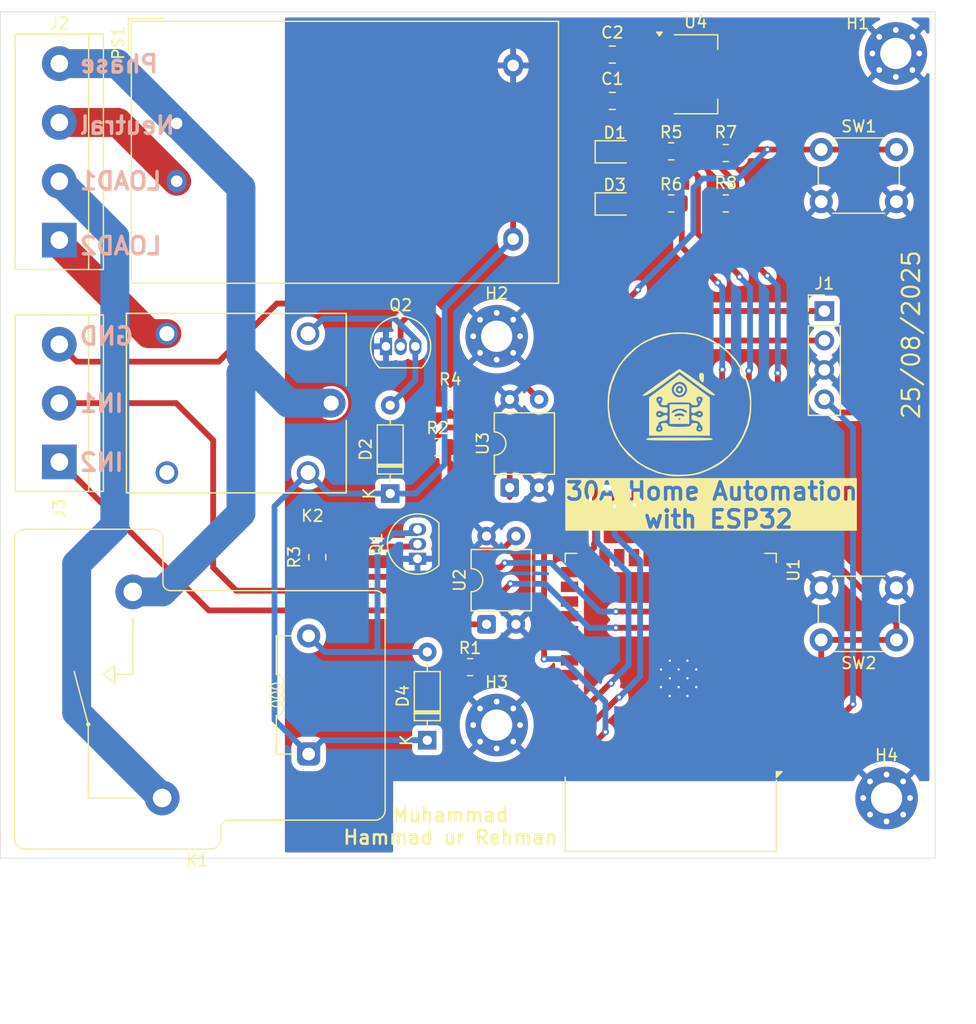
<source format=kicad_pcb>
(kicad_pcb (version 20241229) (generator "pcbnew") (generator_version "9.0")
  (layers (0 "F.Cu" signal) (2 "B.Cu" signal) (13 "F.Paste" user) (15 "B.Paste" user) (5 "F.SilkS" user "F.Silkscreen") (7 "B.SilkS" user "B.Silkscreen") (1 "F.Mask" user) (3 "B.Mask" user) (25 "Edge.Cuts" user))
  (net 0 "")
  (net 1 "GND")
  (net 2 "/5V")
  (net 3 "/3V3")
  (net 4 "Net-(D1-A)")
  (net 5 "Net-(D2-A)")
  (net 6 "Net-(D3-A)")
  (net 7 "Net-(D4-A)")
  (net 8 "/RXD")
  (net 9 "/TXD")
  (net 10 "/L1")
  (net 11 "/P")
  (net 12 "/N")
  (net 13 "/L2")
  (net 14 "/IN2")
  (net 15 "/IN1")
  (net 17 "Net-(Q1-B)")
  (net 18 "Net-(Q2-B)")
  (net 19 "/R1")
  (net 20 "Net-(R1-Pad1)")
  (net 21 "/R2")
  (net 22 "Net-(R2-Pad1)")
  (net 23 "Net-(R3-Pad2)")
  (net 24 "Net-(R4-Pad2)")
  (net 25 "/LED1")
  (net 26 "/LED2")
  (net 27 "/BOOT")
  (net 28 "/EN")
  (footprint "LED_SMD:LED_0805_2012Metric" (layer "F.Cu") (at 131.2 63.8)
    (property "Reference" "D3" (at 0 -1.65 0) (layer "F.SilkS"))
    (property "Value" "LED")
    (pad "1" smd roundrect (at -0.9375 0) (size 0.975 1.4) (layers "F.Cu" "F.Mask" "F.Paste") (net 1 "GND"))
    (pad "2" smd roundrect (at 0.9375 0) (size 0.975 1.4) (layers "F.Cu" "F.Mask" "F.Paste") (net 6 "Net-(D3-A)"))
  )
  (footprint "MountingHole:MountingHole_2.7mm_M2.5_Pad_Via" (layer "F.Cu") (at 154.7 115.1)
    (property "Reference" "H4" (at 0 -3.7 0) (layer "F.SilkS"))
    (property "Value" "MountingHole_Pad")
    (pad "1" thru_hole circle (at -2.025 0) (size 0.8 0.8) (drill 0.5) (layers "*.Cu" "*.Mask") (net 1 "GND"))
    (pad "1" thru_hole circle (at -1.431891 -1.431891) (size 0.8 0.8) (drill 0.5) (layers "*.Cu" "*.Mask") (net 1 "GND"))
    (pad "1" thru_hole circle (at -1.431891 1.431891) (size 0.8 0.8) (drill 0.5) (layers "*.Cu" "*.Mask") (net 1 "GND"))
    (pad "1" thru_hole circle (at 0 -2.025) (size 0.8 0.8) (drill 0.5) (layers "*.Cu" "*.Mask") (net 1 "GND"))
    (pad "1" thru_hole circle (at 0 0) (size 5.4 5.4) (drill 2.7) (layers "*.Cu" "*.Mask") (net 1 "GND"))
    (pad "1" thru_hole circle (at 0 2.025) (size 0.8 0.8) (drill 0.5) (layers "*.Cu" "*.Mask") (net 1 "GND"))
    (pad "1" thru_hole circle (at 1.431891 -1.431891) (size 0.8 0.8) (drill 0.5) (layers "*.Cu" "*.Mask") (net 1 "GND"))
    (pad "1" thru_hole circle (at 1.431891 1.431891) (size 0.8 0.8) (drill 0.5) (layers "*.Cu" "*.Mask") (net 1 "GND"))
    (pad "1" thru_hole circle (at 2.025 0) (size 0.8 0.8) (drill 0.5) (layers "*.Cu" "*.Mask") (net 1 "GND"))
  )
  (footprint "Resistor_SMD:R_0805_2012Metric" (layer "F.Cu") (at 140.8 63.755)
    (property "Reference" "R8" (at 0 -1.755 0) (layer "F.SilkS"))
    (property "Value" "10k")
    (pad "1" smd roundrect (at -0.9125 0) (size 1.025 1.4) (layers "F.Cu" "F.Mask" "F.Paste") (roundrect_rratio 0.243902) (net 28 "/EN"))
    (pad "2" smd roundrect (at 0.9125 0) (size 1.025 1.4) (layers "F.Cu" "F.Mask" "F.Paste") (roundrect_rratio 0.243902) (net 3 "/3V3"))
  )
  (footprint "MountingHole:MountingHole_2.7mm_M2.5_Pad_Via" (layer "F.Cu") (at 121 108.8)
    (property "Reference" "H3" (at 0 -3.7 0) (layer "F.SilkS"))
    (property "Value" "MountingHole_Pad")
    (pad "1" thru_hole circle (at -2.025 0) (size 0.8 0.8) (drill 0.5) (layers "*.Cu" "*.Mask") (net 1 "GND"))
    (pad "1" thru_hole circle (at -1.431891 -1.431891) (size 0.8 0.8) (drill 0.5) (layers "*.Cu" "*.Mask") (net 1 "GND"))
    (pad "1" thru_hole circle (at -1.431891 1.431891) (size 0.8 0.8) (drill 0.5) (layers "*.Cu" "*.Mask") (net 1 "GND"))
    (pad "1" thru_hole circle (at 0 -2.025) (size 0.8 0.8) (drill 0.5) (layers "*.Cu" "*.Mask") (net 1 "GND"))
    (pad "1" thru_hole circle (at 0 0) (size 5.4 5.4) (drill 2.7) (layers "*.Cu" "*.Mask") (net 1 "GND"))
    (pad "1" thru_hole circle (at 0 2.025) (size 0.8 0.8) (drill 0.5) (layers "*.Cu" "*.Mask") (net 1 "GND"))
    (pad "1" thru_hole circle (at 1.431891 -1.431891) (size 0.8 0.8) (drill 0.5) (layers "*.Cu" "*.Mask") (net 1 "GND"))
    (pad "1" thru_hole circle (at 1.431891 1.431891) (size 0.8 0.8) (drill 0.5) (layers "*.Cu" "*.Mask") (net 1 "GND"))
    (pad "1" thru_hole circle (at 2.025 0) (size 0.8 0.8) (drill 0.5) (layers "*.Cu" "*.Mask") (net 1 "GND"))
  )
  (footprint "Resistor_SMD:R_0805_2012Metric" (layer "F.Cu") (at 116.9875 80.6)
    (property "Reference" "R4" (at 0 -1.65 0) (layer "F.SilkS"))
    (property "Value" "1k")
    (pad "1" smd roundrect (at -0.9125 0) (size 1.025 1.4) (layers "F.Cu" "F.Mask" "F.Paste") (roundrect_rratio 0.243902) (net 18 "Net-(Q2-B)"))
    (pad "2" smd roundrect (at 0.9125 0) (size 1.025 1.4) (layers "F.Cu" "F.Mask" "F.Paste") (roundrect_rratio 0.243902) (net 24 "Net-(R4-Pad2)"))
  )
  (footprint "TerminalBlock:TerminalBlock_bornier-4_P5.08mm" (layer "F.Cu") (at 83.2 66.92 90)
    (property "Reference" "J2" (at 18.72 0 180) (layer "F.SilkS"))
    (property "Value" "Screw_Terminal_01x04")
    (pad "1" thru_hole rect (at 0 0 90) (size 3 3) (drill 1.52) (layers "*.Cu" "*.Mask") (net 13 "/L2"))
    (pad "2" thru_hole circle (at 5.08 0 90) (size 3 3) (drill 1.52) (layers "*.Cu" "*.Mask") (net 10 "/L1"))
    (pad "3" thru_hole circle (at 10.16 0 90) (size 3 3) (drill 1.52) (layers "*.Cu" "*.Mask") (net 12 "/N"))
    (pad "4" thru_hole circle (at 15.24 0 90) (size 3 3) (drill 1.52) (layers "*.Cu" "*.Mask") (net 11 "/P"))
  )
  (footprint "Package_DIP:DIP-4_W7.62mm" (layer "F.Cu") (at 122.125 88.3 90)
    (property "Reference" "U3" (at 3.81 -2.33 90) (layer "F.SilkS"))
    (property "Value" "PC817")
    (pad "1" thru_hole roundrect (at 0 0 90) (size 1.6 1.6) (drill 0.8) (layers "*.Cu" "*.Mask") (roundrect_rratio 0.15625) (net 22 "Net-(R2-Pad1)"))
    (pad "2" thru_hole circle (at 0 2.54 90) (size 1.6 1.6) (drill 0.8) (layers "*.Cu" "*.Mask") (net 1 "GND"))
    (pad "3" thru_hole circle (at 7.62 2.54 90) (size 1.6 1.6) (drill 0.8) (layers "*.Cu" "*.Mask") (net 24 "Net-(R4-Pad2)"))
    (pad "4" thru_hole circle (at 7.62 0 90) (size 1.6 1.6) (drill 0.8) (layers "*.Cu" "*.Mask") (net 1 "GND"))
  )
  (footprint "Capacitor_SMD:C_0805_2012Metric" (layer "F.Cu") (at 131 50.9 180)
    (property "Reference" "C2" (at 0 1.9 0) (layer "F.SilkS"))
    (property "Value" "22uf")
    (pad "1" smd roundrect (at -0.95 0 180) (size 1 1.45) (layers "F.Cu" "F.Mask" "F.Paste") (net 3 "/3V3"))
    (pad "2" smd roundrect (at 0.95 0 180) (size 1 1.45) (layers "F.Cu" "F.Mask" "F.Paste") (net 1 "GND"))
  )
  (footprint "Diode_THT:D_DO-35_SOD27_P7.62mm_Horizontal" (layer "F.Cu") (at 115 110.11 90)
    (property "Reference" "D4" (at 3.81 -2.12 90) (layer "F.SilkS"))
    (property "Value" "1N4148")
    (fp_text user "K" (at 0 -1.8 90) (layer "F.SilkS"))
    (pad "1" thru_hole rect (at 0 0 90) (size 1.6 1.6) (drill 0.8) (layers "*.Cu" "*.Mask") (net 2 "/5V"))
    (pad "2" thru_hole oval (at 7.62 0 90) (size 1.6 1.6) (drill 0.8) (layers "*.Cu" "*.Mask") (net 7 "Net-(D4-A)"))
  )
  (footprint "Package_TO_SOT_SMD:SOT-223-3_TabPin2" (layer "F.Cu") (at 138.2 52.6)
    (property "Reference" "U4" (at 0 -4.5 0) (layer "F.SilkS"))
    (property "Value" "AMS1117")
    (pad "1" smd roundrect (at -3.15 -2.3) (size 2 1.5) (layers "F.Cu" "F.Mask" "F.Paste") (net 1 "GND"))
    (pad "2" smd roundrect (at -3.15 0) (size 2 1.5) (layers "F.Cu" "F.Mask" "F.Paste") (net 3 "/3V3"))
    (pad "2" smd roundrect (at 3.15 0) (size 2 3.8) (layers "F.Cu" "F.Mask" "F.Paste") (net 3 "/3V3"))
    (pad "3" smd roundrect (at -3.15 2.3) (size 2 1.5) (layers "F.Cu" "F.Mask" "F.Paste") (net 2 "/5V"))
  )
  (footprint "LOGO" (layer "F.Cu") (at 136.8 81.1)
    (property "Reference" "G***" (hide yes))
    (property "Value" "LOGO" (hide yes))
  )
  (footprint "TerminalBlock:TerminalBlock_bornier-3_P5.08mm" (layer "F.Cu") (at 83.2 86.08 90)
    (property "Reference" "J3" (at -4.02 0 90) (layer "F.SilkS"))
    (property "Value" "Screw_Terminal_01x03")
    (pad "1" thru_hole rect (at 0 0 90) (size 3 3) (drill 1.52) (layers "*.Cu" "*.Mask") (net 15 "/IN1"))
    (pad "2" thru_hole circle (at 5.08 0 90) (size 3 3) (drill 1.52) (layers "*.Cu" "*.Mask") (net 14 "/IN2"))
    (pad "3" thru_hole circle (at 10.16 0 90) (size 3 3) (drill 1.52) (layers "*.Cu" "*.Mask") (net 1 "GND"))
  )
  (footprint "RF_Module:ESP32-WROOM-32" (layer "F.Cu") (at 136.045 103.8525 180)
    (property "Reference" "U1" (at -10.61 8.43 90) (layer "F.SilkS"))
    (property "Value" "ESP32-WROOM-32")
    (pad "1" smd rect (at -8.75 -8.25 180) (size 1.5 0.9) (layers "F.Cu" "F.Mask" "F.Paste") (net 1 "GND"))
    (pad "2" smd rect (at -8.75 -6.98 180) (size 1.5 0.9) (layers "F.Cu" "F.Mask" "F.Paste") (net 3 "/3V3"))
    (pad "3" smd rect (at -8.75 -5.71 180) (size 1.5 0.9) (layers "F.Cu" "F.Mask" "F.Paste") (net 28 "/EN"))
    (pad "4" smd rect (at -8.75 -4.44 180) (size 1.5 0.9) (layers "F.Cu" "F.Mask" "F.Paste"))
    (pad "5" smd rect (at -8.75 -3.17 180) (size 1.5 0.9) (layers "F.Cu" "F.Mask" "F.Paste"))
    (pad "6" smd rect (at -8.75 -1.9 180) (size 1.5 0.9) (layers "F.Cu" "F.Mask" "F.Paste") (net 15 "/IN1"))
    (pad "7" smd rect (at -8.75 -0.63 180) (size 1.5 0.9) (layers "F.Cu" "F.Mask" "F.Paste") (net 14 "/IN2"))
    (pad "8" smd rect (at -8.75 0.64 180) (size 1.5 0.9) (layers "F.Cu" "F.Mask" "F.Paste"))
    (pad "9" smd rect (at -8.75 1.91 180) (size 1.5 0.9) (layers "F.Cu" "F.Mask" "F.Paste"))
    (pad "10" smd rect (at -8.75 3.18 180) (size 1.5 0.9) (layers "F.Cu" "F.Mask" "F.Paste"))
    (pad "11" smd rect (at -8.75 4.45 180) (size 1.5 0.9) (layers "F.Cu" "F.Mask" "F.Paste"))
    (pad "12" smd rect (at -8.75 5.72 180) (size 1.5 0.9) (layers "F.Cu" "F.Mask" "F.Paste"))
    (pad "13" smd rect (at -8.75 6.99 180) (size 1.5 0.9) (layers "F.Cu" "F.Mask" "F.Paste"))
    (pad "14" smd rect (at -8.75 8.26 180) (size 1.5 0.9) (layers "F.Cu" "F.Mask" "F.Paste") (net 25 "/LED1"))
    (pad "15" smd rect (at -5.71 9.51 270) (size 1.5 0.9) (layers "F.Cu" "F.Mask" "F.Paste") (net 1 "GND"))
    (pad "16" smd rect (at -4.44 9.51 270) (size 1.5 0.9) (layers "F.Cu" "F.Mask" "F.Paste") (net 26 "/LED2"))
    (pad "17" smd rect (at -3.17 9.51 270) (size 1.5 0.9) (layers "F.Cu" "F.Mask" "F.Paste"))
    (pad "18" smd rect (at -1.9 9.51 270) (size 1.5 0.9) (layers "F.Cu" "F.Mask" "F.Paste"))
    (pad "19" smd rect (at -0.63 9.51 270) (size 1.5 0.9) (layers "F.Cu" "F.Mask" "F.Paste"))
    (pad "20" smd rect (at 0.64 9.51 270) (size 1.5 0.9) (layers "F.Cu" "F.Mask" "F.Paste"))
    (pad "21" smd rect (at 1.91 9.51 270) (size 1.5 0.9) (layers "F.Cu" "F.Mask" "F.Paste"))
    (pad "22" smd rect (at 3.18 9.51 270) (size 1.5 0.9) (layers "F.Cu" "F.Mask" "F.Paste"))
    (pad "23" smd rect (at 4.45 9.51 270) (size 1.5 0.9) (layers "F.Cu" "F.Mask" "F.Paste"))
    (pad "24" smd rect (at 5.72 9.51 270) (size 1.5 0.9) (layers "F.Cu" "F.Mask" "F.Paste"))
    (pad "25" smd rect (at 8.75 8.26 180) (size 1.5 0.9) (layers "F.Cu" "F.Mask" "F.Paste") (net 27 "/BOOT"))
    (pad "26" smd rect (at 8.75 6.99 180) (size 1.5 0.9) (layers "F.Cu" "F.Mask" "F.Paste"))
    (pad "27" smd rect (at 8.75 5.72 180) (size 1.5 0.9) (layers "F.Cu" "F.Mask" "F.Paste"))
    (pad "28" smd rect (at 8.75 4.45 180) (size 1.5 0.9) (layers "F.Cu" "F.Mask" "F.Paste"))
    (pad "29" smd rect (at 8.75 3.18 180) (size 1.5 0.9) (layers "F.Cu" "F.Mask" "F.Paste"))
    (pad "30" smd rect (at 8.75 1.91 180) (size 1.5 0.9) (layers "F.Cu" "F.Mask" "F.Paste"))
    (pad "31" smd rect (at 8.75 0.64 180) (size 1.5 0.9) (layers "F.Cu" "F.Mask" "F.Paste"))
    (pad "32" smd rect (at 8.75 -0.63 180) (size 1.5 0.9) (layers "F.Cu" "F.Mask" "F.Paste"))
    (pad "33" smd rect (at 8.75 -1.9 180) (size 1.5 0.9) (layers "F.Cu" "F.Mask" "F.Paste"))
    (pad "34" smd rect (at 8.75 -3.17 180) (size 1.5 0.9) (layers "F.Cu" "F.Mask" "F.Paste") (net 8 "/RXD"))
    (pad "35" smd rect (at 8.75 -4.44 180) (size 1.5 0.9) (layers "F.Cu" "F.Mask" "F.Paste") (net 9 "/TXD"))
    (pad "36" smd rect (at 8.75 -5.71 180) (size 1.5 0.9) (layers "F.Cu" "F.Mask" "F.Paste") (net 19 "/R1"))
    (pad "37" smd rect (at 8.75 -6.98 180) (size 1.5 0.9) (layers "F.Cu" "F.Mask" "F.Paste") (net 21 "/R2"))
    (pad "38" smd rect (at 8.75 -8.25 180) (size 1.5 0.9) (layers "F.Cu" "F.Mask" "F.Paste") (net 1 "GND"))
    (pad "39" smd rect (at -2.205 -2.435 180) (size 1.05 1.05) (layers "F.Cu" "F.Paste") (net 1 "GND"))
    (pad "39" thru_hole circle (at -2.205 -1.6725 180) (size 0.6 0.6) (drill 0.2) (property pad_prop_heatsink) (layers "*.Cu" "F.Mask") (net 1 "GND"))
    (pad "39" smd rect (at -2.205 -0.91 180) (size 1.05 1.05) (layers "F.Cu" "F.Paste") (net 1 "GND"))
    (pad "39" thru_hole circle (at -2.205 -0.1475 180) (size 0.6 0.6) (drill 0.2) (property pad_prop_heatsink) (layers "*.Cu" "F.Mask") (net 1 "GND"))
    (pad "39" smd rect (at -2.205 0.615 180) (size 1.05 1.05) (layers "F.Cu" "F.Paste") (net 1 "GND"))
    (pad "39" thru_hole circle (at -1.4425 -2.435 180) (size 0.6 0.6) (drill 0.2) (property pad_prop_heatsink) (layers "*.Cu" "F.Mask") (net 1 "GND"))
    (pad "39" thru_hole circle (at -1.4425 -0.91 180) (size 0.6 0.6) (drill 0.2) (property pad_prop_heatsink) (layers "*.Cu" "F.Mask") (net 1 "GND"))
    (pad "39" thru_hole circle (at -1.4425 0.615 180) (size 0.6 0.6) (drill 0.2) (property pad_prop_heatsink) (layers "*.Cu" "F.Mask") (net 1 "GND"))
    (pad "39" smd rect (at -0.68 -2.435 180) (size 1.05 1.05) (layers "F.Cu" "F.Paste") (net 1 "GND"))
    (pad "39" thru_hole circle (at -0.68 -1.6725 180) (size 0.6 0.6) (drill 0.2) (property pad_prop_heatsink) (layers "*.Cu" "F.Mask") (net 1 "GND"))
    (pad "39" smd rect (at -0.68 -0.91 180) (size 1.05 1.05) (layers "F.Cu" "F.Paste") (net 1 "GND"))
    (pad "39" smd rect (at -0.68 -0.91 180) (size 4.2 4.2) (property pad_prop_heatsink) (layers "F.Cu" "F.Mask") (net 1 "GND"))
    (pad "39" thru_hole circle (at -0.68 -0.1475 180) (size 0.6 0.6) (drill 0.2) (property pad_prop_heatsink) (layers "*.Cu" "F.Mask") (net 1 "GND"))
    (pad "39" smd rect (at -0.68 0.615 180) (size 1.05 1.05) (layers "F.Cu" "F.Paste") (net 1 "GND"))
    (pad "39" thru_hole circle (at 0.0825 -2.435 180) (size 0.6 0.6) (drill 0.2) (property pad_prop_heatsink) (layers "*.Cu" "F.Mask") (net 1 "GND"))
    (pad "39" thru_hole circle (at 0.0825 -0.91 180) (size 0.6 0.6) (drill 0.2) (property pad_prop_heatsink) (layers "*.Cu" "F.Mask") (net 1 "GND"))
    (pad "39" thru_hole circle (at 0.0825 0.615 180) (size 0.6 0.6) (drill 0.2) (property pad_prop_heatsink) (layers "*.Cu" "F.Mask") (net 1 "GND"))
    (pad "39" smd rect (at 0.845 -2.435 180) (size 1.05 1.05) (layers "F.Cu" "F.Paste") (net 1 "GND"))
    (pad "39" thru_hole circle (at 0.845 -1.6725 180) (size 0.6 0.6) (drill 0.2) (property pad_prop_heatsink) (layers "*.Cu" "F.Mask") (net 1 "GND"))
    (pad "39" smd rect (at 0.845 -0.91 180) (size 1.05 1.05) (layers "F.Cu" "F.Paste") (net 1 "GND"))
    (pad "39" thru_hole circle (at 0.845 -0.1475 180) (size 0.6 0.6) (drill 0.2) (property pad_prop_heatsink) (layers "*.Cu" "F.Mask") (net 1 "GND"))
    (pad "39" smd rect (at 0.845 0.615 180) (size 1.05 1.05) (layers "F.Cu" "F.Paste") (net 1 "GND"))
    (zone (net 0) (net_name "") (layers "F.Cu" "B.Cu") (connect_pads (clearance 0)) (min_thickness 0.254)
      (keepout (tracks not_allowed) (vias not_allowed) (pads not_allowed) (copperpour not_allowed) (footprints not_allowed))
      (fill (thermal_gap 0.508) (thermal_bridge_width 0.508))
      (polygon (pts (xy 160.045 113.6525) (xy 112.045 113.6525) (xy 112.045 134.5925) (xy 160.045 134.5925)))
    )
  )
  (footprint "Resistor_SMD:R_0805_2012Metric" (layer "F.Cu") (at 105.5 94.3 -90)
    (property "Reference" "R3" (at 0 2 90) (layer "F.SilkS"))
    (property "Value" "1k")
    (pad "1" smd roundrect (at -0.9125 0 270) (size 1.025 1.4) (layers "F.Cu" "F.Mask" "F.Paste") (roundrect_rratio 0.243902) (net 17 "Net-(Q1-B)"))
    (pad "2" smd roundrect (at 0.9125 0 270) (size 1.025 1.4) (layers "F.Cu" "F.Mask" "F.Paste") (roundrect_rratio 0.243902) (net 23 "Net-(R3-Pad2)"))
  )
  (footprint "Capacitor_SMD:C_0805_2012Metric" (layer "F.Cu") (at 131 54.9 180)
    (property "Reference" "C1" (at 0 1.9 0) (layer "F.SilkS"))
    (property "Value" "10uf")
    (pad "1" smd roundrect (at -0.95 0 180) (size 1 1.45) (layers "F.Cu" "F.Mask" "F.Paste") (net 2 "/5V"))
    (pad "2" smd roundrect (at 0.95 0 180) (size 1 1.45) (layers "F.Cu" "F.Mask" "F.Paste") (net 1 "GND"))
  )
  (footprint "Button_Switch_THT:SW_PUSH_6mm" (layer "F.Cu") (at 155.55 101.45 180)
    (property "Reference" "SW2" (at 3.25 -2 0) (layer "F.SilkS"))
    (property "Value" "SW_Push")
    (pad "1" thru_hole circle (at 0 0 270) (size 2 2) (drill 1.1) (layers "*.Cu" "*.Mask") (net 28 "/EN"))
    (pad "1" thru_hole circle (at 6.5 0 270) (size 2 2) (drill 1.1) (layers "*.Cu" "*.Mask") (net 28 "/EN"))
    (pad "2" thru_hole circle (at 0 4.5 270) (size 2 2) (drill 1.1) (layers "*.Cu" "*.Mask") (net 1 "GND"))
    (pad "2" thru_hole circle (at 6.5 4.5 270) (size 2 2) (drill 1.1) (layers "*.Cu" "*.Mask") (net 1 "GND"))
  )
  (footprint "Package_TO_SOT_THT:TO-92_Inline" (layer "F.Cu") (at 111.43 76.1)
    (property "Reference" "Q2" (at 1.27 -3.56 0) (layer "F.SilkS"))
    (property "Value" "S8050")
    (pad "1" thru_hole rect (at 0 0) (size 1.05 1.5) (drill 0.75) (layers "*.Cu" "*.Mask") (net 1 "GND"))
    (pad "2" thru_hole oval (at 1.27 0) (size 1.05 1.5) (drill 0.75) (layers "*.Cu" "*.Mask") (net 18 "Net-(Q2-B)"))
    (pad "3" thru_hole oval (at 2.54 0) (size 1.05 1.5) (drill 0.75) (layers "*.Cu" "*.Mask") (net 5 "Net-(D2-A)"))
  )
  (footprint "Package_TO_SOT_THT:TO-92_Inline" (layer "F.Cu") (at 114.16 94.44 90)
    (property "Reference" "Q1" (at 1.27 -3.56 90) (layer "F.SilkS"))
    (property "Value" "S8050")
    (pad "1" thru_hole rect (at 0 0 90) (size 1.05 1.5) (drill 0.75) (layers "*.Cu" "*.Mask") (net 1 "GND"))
    (pad "2" thru_hole oval (at 1.27 0 90) (size 1.05 1.5) (drill 0.75) (layers "*.Cu" "*.Mask") (net 17 "Net-(Q1-B)"))
    (pad "3" thru_hole oval (at 2.54 0 90) (size 1.05 1.5) (drill 0.75) (layers "*.Cu" "*.Mask") (net 7 "Net-(D4-A)"))
  )
  (footprint "Relay_THT:Relay_SPST_RAYEX-L90AS" (layer "F.Cu") (at 107.29 106.2 180)
    (property "Reference" "K1" (at 12.1666 -14.3 0) (layer "F.SilkS"))
    (property "Value" "RAYEX-L90AS")
    (pad "13" thru_hole circle (at 15.2 -8.9) (size 3 3) (drill 1.6) (layers "*.Cu" "*.Mask") (net 10 "/L1"))
    (pad "14" thru_hole circle (at 17.74 8.9) (size 3 3) (drill 1.6) (layers "*.Cu" "*.Mask") (net 11 "/P"))
    (pad "A1" thru_hole roundrect (at 2.54 -5.1) (size 2 2) (drill 1.1) (layers "*.Cu" "*.Mask") (net 2 "/5V"))
    (pad "A2" thru_hole circle (at 2.54 5.1) (size 2 2) (drill 1.1) (layers "*.Cu" "*.Mask") (net 7 "Net-(D4-A)"))
  )
  (footprint "Resistor_SMD:R_0805_2012Metric" (layer "F.Cu") (at 136.0875 59.255 180)
    (property "Reference" "R5" (at 0 1.655 0) (layer "F.SilkS"))
    (property "Value" "1k")
    (pad "1" smd roundrect (at -0.9125 0 180) (size 1.025 1.4) (layers "F.Cu" "F.Mask" "F.Paste") (roundrect_rratio 0.243902) (net 25 "/LED1"))
    (pad "2" smd roundrect (at 0.9125 0 180) (size 1.025 1.4) (layers "F.Cu" "F.Mask" "F.Paste") (roundrect_rratio 0.243902) (net 4 "Net-(D1-A)"))
  )
  (footprint "Resistor_SMD:R_0805_2012Metric" (layer "F.Cu") (at 140.8 59.4 180)
    (property "Reference" "R7" (at 0 1.8 0) (layer "F.SilkS"))
    (property "Value" "10k")
    (pad "1" smd roundrect (at -0.9125 0 180) (size 1.025 1.4) (layers "F.Cu" "F.Mask" "F.Paste") (roundrect_rratio 0.243902) (net 27 "/BOOT"))
    (pad "2" smd roundrect (at 0.9125 0 180) (size 1.025 1.4) (layers "F.Cu" "F.Mask" "F.Paste") (roundrect_rratio 0.243902) (net 3 "/3V3"))
  )
  (footprint "Diode_THT:D_DO-35_SOD27_P7.62mm_Horizontal" (layer "F.Cu") (at 111.8 88.81 90)
    (property "Reference" "D2" (at 3.81 -2.12 90) (layer "F.SilkS"))
    (property "Value" "1N4148")
    (fp_text user "K" (at 0 -1.8 90) (layer "F.SilkS"))
    (pad "1" thru_hole rect (at 0 0 90) (size 1.6 1.6) (drill 0.8) (layers "*.Cu" "*.Mask") (net 2 "/5V"))
    (pad "2" thru_hole oval (at 7.62 0 90) (size 1.6 1.6) (drill 0.8) (layers "*.Cu" "*.Mask") (net 5 "Net-(D2-A)"))
  )
  (footprint "MountingHole:MountingHole_2.7mm_M2.5_Pad_Via" (layer "F.Cu") (at 155.5 50.8)
    (property "Reference" "H1" (at -3.3 -2.6 0) (layer "F.SilkS"))
    (property "Value" "MountingHole_Pad")
    (pad "1" thru_hole circle (at -2.025 0) (size 0.8 0.8) (drill 0.5) (layers "*.Cu" "*.Mask") (net 1 "GND"))
    (pad "1" thru_hole circle (at -1.431891 -1.431891) (size 0.8 0.8) (drill 0.5) (layers "*.Cu" "*.Mask") (net 1 "GND"))
    (pad "1" thru_hole circle (at -1.431891 1.431891) (size 0.8 0.8) (drill 0.5) (layers "*.Cu" "*.Mask") (net 1 "GND"))
    (pad "1" thru_hole circle (at 0 -2.025) (size 0.8 0.8) (drill 0.5) (layers "*.Cu" "*.Mask") (net 1 "GND"))
    (pad "1" thru_hole circle (at 0 0) (size 5.4 5.4) (drill 2.7) (layers "*.Cu" "*.Mask") (net 1 "GND"))
    (pad "1" thru_hole circle (at 0 2.025) (size 0.8 0.8) (drill 0.5) (layers "*.Cu" "*.Mask") (net 1 "GND"))
    (pad "1" thru_hole circle (at 1.431891 -1.431891) (size 0.8 0.8) (drill 0.5) (layers "*.Cu" "*.Mask") (net 1 "GND"))
    (pad "1" thru_hole circle (at 1.431891 1.431891) (size 0.8 0.8) (drill 0.5) (layers "*.Cu" "*.Mask") (net 1 "GND"))
    (pad "1" thru_hole circle (at 2.025 0) (size 0.8 0.8) (drill 0.5) (layers "*.Cu" "*.Mask") (net 1 "GND"))
  )
  (footprint "Connector_PinHeader_2.54mm:PinHeader_1x04_P2.54mm_Vertical" (layer "F.Cu") (at 149.32 73.05)
    (property "Reference" "J1" (at 0 -2.38 0) (layer "F.SilkS"))
    (property "Value" "Conn_01x04_Pin")
    (pad "1" thru_hole rect (at 0 0) (size 1.7 1.7) (drill 1) (layers "*.Cu" "*.Mask") (net 9 "/TXD"))
    (pad "2" thru_hole circle (at 0 2.54) (size 1.7 1.7) (drill 1) (layers "*.Cu" "*.Mask") (net 8 "/RXD"))
    (pad "3" thru_hole circle (at 0 5.08) (size 1.7 1.7) (drill 1) (layers "*.Cu" "*.Mask") (net 1 "GND"))
    (pad "4" thru_hole circle (at 0 7.62) (size 1.7 1.7) (drill 1) (layers "*.Cu" "*.Mask") (net 3 "/3V3"))
  )
  (footprint "Converter_ACDC:Converter_ACDC_Hi-Link_HLK-PMxx" (layer "F.Cu") (at 93.345 56.8375)
    (property "Reference" "PS1" (at -5.045 -6.9375 90) (layer "F.SilkS"))
    (property "Value" "HLK-PM01")
    (pad "1" thru_hole rect (at 0 0) (size 1.7 2) (drill 1) (layers "*.Cu" "*.Mask") (net 11 "/P"))
    (pad "2" thru_hole oval (at 0 5) (size 1.7 2) (drill 1) (layers "*.Cu" "*.Mask") (net 12 "/N"))
    (pad "3" thru_hole oval (at 29.08 -5) (size 1.7 2) (drill 1) (layers "*.Cu" "*.Mask") (net 1 "GND"))
    (pad "4" thru_hole oval (at 29.08 10) (size 1.7 2) (drill 1) (layers "*.Cu" "*.Mask") (net 2 "/5V"))
  )
  (footprint "PR13-5V-450-1C:RELAY_PR13-5V-450-1C" (layer "F.Cu") (at 98.5 81 180)
    (property "Reference" "K2" (at -6.575 -9.735 0) (layer "F.SilkS"))
    (property "Value" "PR13-5V-450-1C")
    (pad "A1" thru_hole circle (at -6.2 -6 180) (size 1.95 1.95) (drill 1.3) (layers "*.Cu" "*.Mask") (net 2 "/5V"))
    (pad "A2" thru_hole circle (at -6.2 6 180) (size 1.95 1.95) (drill 1.3) (layers "*.Cu" "*.Mask") (net 5 "Net-(D2-A)"))
    (pad "COM" thru_hole circle (at -8.2 0 180) (size 1.95 1.95) (drill 1.3) (layers "*.Cu" "*.Mask") (net 11 "/P"))
    (pad "NC" thru_hole circle (at 6 -6 180) (size 1.95 1.95) (drill 1.3) (layers "*.Cu" "*.Mask"))
    (pad "NO" thru_hole circle (at 6 6 180) (size 1.95 1.95) (drill 1.3) (layers "*.Cu" "*.Mask") (net 13 "/L2"))
  )
  (footprint "Resistor_SMD:R_0805_2012Metric" (layer "F.Cu") (at 115.9 84.8)
    (property "Reference" "R2" (at 0 -1.65 0) (layer "F.SilkS"))
    (property "Value" "1k")
    (pad "1" smd roundrect (at -0.9125 0) (size 1.025 1.4) (layers "F.Cu" "F.Mask" "F.Paste") (roundrect_rratio 0.243902) (net 22 "Net-(R2-Pad1)"))
    (pad "2" smd roundrect (at 0.9125 0) (size 1.025 1.4) (layers "F.Cu" "F.Mask" "F.Paste") (roundrect_rratio 0.243902) (net 21 "/R2"))
  )
  (footprint "Resistor_SMD:R_0805_2012Metric" (layer "F.Cu") (at 118.7 103.8)
    (property "Reference" "R1" (at 0 -1.65 0) (layer "F.SilkS"))
    (property "Value" "1k")
    (pad "1" smd roundrect (at -0.9125 0) (size 1.025 1.4) (layers "F.Cu" "F.Mask" "F.Paste") (roundrect_rratio 0.243902) (net 20 "Net-(R1-Pad1)"))
    (pad "2" smd roundrect (at 0.9125 0) (size 1.025 1.4) (layers "F.Cu" "F.Mask" "F.Paste") (roundrect_rratio 0.243902) (net 19 "/R1"))
  )
  (footprint "Button_Switch_THT:SW_PUSH_6mm" (layer "F.Cu") (at 149.05 59.1)
    (property "Reference" "SW1" (at 3.25 -2 0) (layer "F.SilkS"))
    (property "Value" "SW_Push")
    (pad "1" thru_hole circle (at 0 0 90) (size 2 2) (drill 1.1) (layers "*.Cu" "*.Mask") (net 27 "/BOOT"))
    (pad "1" thru_hole circle (at 6.5 0 90) (size 2 2) (drill 1.1) (layers "*.Cu" "*.Mask") (net 27 "/BOOT"))
    (pad "2" thru_hole circle (at 0 4.5 90) (size 2 2) (drill 1.1) (layers "*.Cu" "*.Mask") (net 1 "GND"))
    (pad "2" thru_hole circle (at 6.5 4.5 90) (size 2 2) (drill 1.1) (layers "*.Cu" "*.Mask") (net 1 "GND"))
  )
  (footprint "MountingHole:MountingHole_2.7mm_M2.5_Pad_Via" (layer "F.Cu") (at 121 75.225)
    (property "Reference" "H2" (at 0 -3.7 0) (layer "F.SilkS"))
    (property "Value" "MountingHole_Pad")
    (pad "1" thru_hole circle (at -2.025 0) (size 0.8 0.8) (drill 0.5) (layers "*.Cu" "*.Mask") (net 1 "GND"))
    (pad "1" thru_hole circle (at -1.431891 -1.431891) (size 0.8 0.8) (drill 0.5) (layers "*.Cu" "*.Mask") (net 1 "GND"))
    (pad "1" thru_hole circle (at -1.431891 1.431891) (size 0.8 0.8) (drill 0.5) (layers "*.Cu" "*.Mask") (net 1 "GND"))
    (pad "1" thru_hole circle (at 0 -2.025) (size 0.8 0.8) (drill 0.5) (layers "*.Cu" "*.Mask") (net 1 "GND"))
    (pad "1" thru_hole circle (at 0 0) (size 5.4 5.4) (drill 2.7) (layers "*.Cu" "*.Mask") (net 1 "GND"))
    (pad "1" thru_hole circle (at 0 2.025) (size 0.8 0.8) (drill 0.5) (layers "*.Cu" "*.Mask") (net 1 "GND"))
    (pad "1" thru_hole circle (at 1.431891 -1.431891) (size 0.8 0.8) (drill 0.5) (layers "*.Cu" "*.Mask") (net 1 "GND"))
    (pad "1" thru_hole circle (at 1.431891 1.431891) (size 0.8 0.8) (drill 0.5) (layers "*.Cu" "*.Mask") (net 1 "GND"))
    (pad "1" thru_hole circle (at 2.025 0) (size 0.8 0.8) (drill 0.5) (layers "*.Cu" "*.Mask") (net 1 "GND"))
  )
  (footprint "Resistor_SMD:R_0805_2012Metric" (layer "F.Cu") (at 136.0875 63.755 180)
    (property "Reference" "R6" (at 0 1.655 0) (layer "F.SilkS"))
    (property "Value" "1k")
    (pad "1" smd roundrect (at -0.9125 0 180) (size 1.025 1.4) (layers "F.Cu" "F.Mask" "F.Paste") (roundrect_rratio 0.243902) (net 26 "/LED2"))
    (pad "2" smd roundrect (at 0.9125 0 180) (size 1.025 1.4) (layers "F.Cu" "F.Mask" "F.Paste") (roundrect_rratio 0.243902) (net 6 "Net-(D3-A)"))
  )
  (footprint "LED_SMD:LED_0805_2012Metric" (layer "F.Cu") (at 131.2 59.3)
    (property "Reference" "D1" (at 0 -1.65 0) (layer "F.SilkS"))
    (property "Value" "LED")
    (pad "1" smd roundrect (at -0.9375 0) (size 0.975 1.4) (layers "F.Cu" "F.Mask" "F.Paste") (net 1 "GND"))
    (pad "2" smd roundrect (at 0.9375 0) (size 0.975 1.4) (layers "F.Cu" "F.Mask" "F.Paste") (net 4 "Net-(D1-A)"))
  )
  (footprint "Package_DIP:DIP-4_W7.62mm" (layer "F.Cu") (at 120.125 100.1 90)
    (property "Reference" "U2" (at 3.81 -2.33 90) (layer "F.SilkS"))
    (property "Value" "PC817")
    (pad "1" thru_hole roundrect (at 0 0 90) (size 1.6 1.6) (drill 0.8) (layers "*.Cu" "*.Mask") (roundrect_rratio 0.15625) (net 20 "Net-(R1-Pad1)"))
    (pad "2" thru_hole circle (at 0 2.54 90) (size 1.6 1.6) (drill 0.8) (layers "*.Cu" "*.Mask") (net 1 "GND"))
    (pad "3" thru_hole circle (at 7.62 2.54 90) (size 1.6 1.6) (drill 0.8) (layers "*.Cu" "*.Mask") (net 23 "Net-(R3-Pad2)"))
    (pad "4" thru_hole circle (at 7.62 0 90) (size 1.6 1.6) (drill 0.8) (layers "*.Cu" "*.Mask") (net 1 "GND"))
  )
  (gr_rect (start 78.1 47.2) (end 158.9 120.3) (stroke (width 0.05)) (fill no) (layer "Edge.Cuts"))
  (gr_text "30A Home Automation\n with ESP32" (at 139.6 91.9 0) (layer "F.SilkS" knockout) (effects (font (size 1.5 1.5) (thickness 0.3) (bold yes)) (justify bottom)))
  (gr_text "Muhammad\nHammad ur Rehman" (at 117 119.2 0) (layer "F.SilkS") (effects (font (size 1.2 1.2) (thickness 0.22) (bold yes)) (justify bottom)))
  (gr_text "25/08/2025" (at 157.7 82.5 90) (layer "F.SilkS") (effects (font (size 1.5 1.5) (thickness 0.1875)) (justify left bottom)))
  (gr_text "IN1" (at 88.914286 81.9 0) (layer "B.SilkS") (effects (font (size 1.5 1.5) (thickness 0.3) (bold yes)) (justify left bottom mirror)))
  (gr_text "LOAD1" (at 92.2 62.7 0) (layer "B.SilkS") (effects (font (size 1.5 1.5) (thickness 0.3) (bold yes)) (justify left bottom mirror)))
  (gr_text "GND" (at 89.771429 76.1 0) (layer "B.SilkS") (effects (font (size 1.5 1.5) (thickness 0.3) (bold yes)) (justify left bottom mirror)))
  (gr_text "Phase\n" (at 91.914286 52.6 0) (layer "B.SilkS") (effects (font (size 1.5 1.5) (thickness 0.3) (bold yes)) (justify left bottom mirror)))
  (gr_text "Neutral\n" (at 93.342857 57.9 0) (layer "B.SilkS") (effects (font (size 1.5 1.5) (thickness 0.3) (bold yes)) (justify left bottom mirror)))
  (gr_text "IN2" (at 88.914286 87 0) (layer "B.SilkS") (effects (font (size 1.5 1.5) (thickness 0.3) (bold yes)) (justify left bottom mirror)))
  (gr_text "LOAD2" (at 92.2 68.3 0) (layer "B.SilkS") (effects (font (size 1.5 1.5) (thickness 0.3) (bold yes)) (justify left bottom mirror)))
  (segment (start 134.75 50) (end 135.05 50.3) (width 0.5) (layer "F.Cu") (net 1))
  (segment (start 83.2 75.92) (end 84.7 77.42) (width 0.5) (layer "F.Cu") (net 1))
  (segment (start 96.98 77.42) (end 102 72.4) (width 0.5) (layer "F.Cu") (net 1))
  (segment (start 102 72.4) (end 109.4 72.4) (width 0.5) (layer "F.Cu") (net 1))
  (segment (start 84.7 77.42) (end 96.98 77.42) (width 0.5) (layer "F.Cu") (net 1))
  (segment (start 111.43 74.43) (end 111.43 76.1) (width 0.5) (layer "F.Cu") (net 1))
  (segment (start 109.4 72.4) (end 111.43 74.43) (width 0.5) (layer "F.Cu") (net 1))
  (segment (start 135.05 54.9) (end 131.95 54.9) (width 0.5) (layer "F.Cu") (net 2))
  (segment (start 122.425 66.8375) (end 122.425 61.775) (width 0.5) (layer "F.Cu") (net 2))
  (segment (start 122.425 61.775) (end 127.5 56.7) (width 0.5) (layer "F.Cu") (net 2))
  (segment (start 127.5 56.7) (end 130.15 56.7) (width 0.5) (layer "F.Cu") (net 2))
  (segment (start 130.15 56.7) (end 131.95 54.9) (width 0.5) (layer "F.Cu") (net 2))
  (segment (start 116.5 72.7625) (end 116.5 86.3) (width 0.5) (layer "B.Cu") (net 2))
  (segment (start 113.99 88.81) (end 111.8 88.81) (width 0.5) (layer "B.Cu") (net 2))
  (segment (start 122.425 66.8375) (end 116.5 72.7625) (width 0.5) (layer "B.Cu") (net 2))
  (segment (start 105.94 110.11) (end 104.75 111.3) (width 0.5) (layer "B.Cu") (net 2))
  (segment (start 108.2 88.8) (end 108.21 88.81) (width 0.5) (layer "B.Cu") (net 2))
  (segment (start 106.5 88.8) (end 108.2 88.8) (width 0.5) (layer "B.Cu") (net 2))
  (segment (start 108.21 88.81) (end 111.8 88.81) (width 0.5) (layer "B.Cu") (net 2))
  (segment (start 101.8 108.35) (end 104.75 111.3) (width 0.5) (layer "B.Cu") (net 2))
  (segment (start 116.5 86.3) (end 113.99 88.81) (width 0.5) (layer "B.Cu") (net 2))
  (segment (start 104.7 87) (end 106.5 88.8) (width 0.5) (layer "B.Cu") (net 2))
  (segment (start 104.7 87) (end 101.8 89.9) (width 0.5) (layer "B.Cu") (net 2))
  (segment (start 101.8 89.9) (end 101.8 108.35) (width 0.5) (layer "B.Cu") (net 2))
  (segment (start 115 110.11) (end 105.94 110.11) (width 0.5) (layer "B.Cu") (net 2))
  (segment (start 144.3 67.3) (end 155.3 67.3) (width 0.5) (layer "F.Cu") (net 3))
  (segment (start 141.7125 64.7125) (end 144.3 67.3) (width 0.5) (layer "F.Cu") (net 3))
  (segment (start 155.3 67.3) (end 156.6 68.6) (width 0.5) (layer "F.Cu") (net 3))
  (segment (start 139.8875 59.4) (end 139.8875 60.1875) (width 0.5) (layer "F.Cu") (net 3))
  (segment (start 141.7125 63.755) (end 141.7125 64.7125) (width 0.5) (layer "F.Cu") (net 3))
  (segment (start 139.8875 54.0625) (end 141.35 52.6) (width 0.5) (layer "F.Cu") (net 3))
  (segment (start 144.795 110.8325) (end 147.9675 110.8325) (width 0.5) (layer "F.Cu") (net 3))
  (segment (start 139.8875 59.4) (end 139.8875 54.0625) (width 0.5) (layer "F.Cu") (net 3))
  (segment (start 133.65 52.6) (end 131.95 50.9) (width 0.5) (layer "F.Cu") (net 3))
  (segment (start 135.05 52.6) (end 133.65 52.6) (width 0.5) (layer "F.Cu") (net 3))
  (segment (start 139.8875 60.1875) (end 141.7125 62.0125) (width 0.5) (layer "F.Cu") (net 3))
  (segment (start 141.7125 62.0125) (end 141.7125 63.755) (width 0.5) (layer "F.Cu") (net 3))
  (segment (start 156.6 68.6) (end 156.6 80.6) (width 0.5) (layer "F.Cu") (net 3))
  (segment (start 147.9675 110.8325) (end 151.8 107) (width 0.5) (layer "F.Cu") (net 3))
  (segment (start 155.4 81.8) (end 150.45 81.8) (width 0.5) (layer "F.Cu") (net 3))
  (segment (start 156.6 80.6) (end 155.4 81.8) (width 0.5) (layer "F.Cu") (net 3))
  (segment (start 150.45 81.8) (end 149.32 80.67) (width 0.5) (layer "F.Cu") (net 3))
  (via (at 151.8 107) (size 0.6) (drill 0.3) (layers "F.Cu" "B.Cu") (net 3))
  (segment (start 149.32 80.67) (end 151.8 83.15) (width 0.5) (layer "B.Cu") (net 3))
  (segment (start 151.8 83.15) (end 151.8 107) (width 0.5) (layer "B.Cu") (net 3))
  (segment (start 132.1375 59.3) (end 135.13 59.3) (width 0.5) (layer "F.Cu") (net 4))
  (segment (start 135.13 59.3) (end 135.175 59.255) (width 0.5) (layer "F.Cu") (net 4))
  (segment (start 104.7 75) (end 106 73.7) (width 0.5) (layer "B.Cu") (net 5))
  (segment (start 112.2 73.7) (end 113.97 75.47) (width 0.5) (layer "B.Cu") (net 5))
  (segment (start 106 73.7) (end 112.2 73.7) (width 0.5) (layer "B.Cu") (net 5))
  (segment (start 113.97 75.47) (end 113.97 76.1) (width 0.5) (layer "B.Cu") (net 5))
  (segment (start 113.97 76.1) (end 113.97 79.02) (width 0.5) (layer "B.Cu") (net 5))
  (segment (start 113.97 79.02) (end 111.8 81.19) (width 0.5) (layer "B.Cu") (net 5))
  (segment (start 135.175 63.755) (end 132.1825 63.755) (width 0.5) (layer "F.Cu") (net 6))
  (segment (start 132.1825 63.755) (end 132.1375 63.8) (width 0.5) (layer "F.Cu") (net 6))
  (segment (start 110.7 93.6) (end 110.7 102.39) (width 0.5) (layer "B.Cu") (net 7))
  (segment (start 115 102.49) (end 110.6 102.49) (width 0.5) (layer "B.Cu") (net 7))
  (segment (start 106.14 102.49) (end 104.75 101.1) (width 0.5) (layer "B.Cu") (net 7))
  (segment (start 110.7 102.39) (end 110.6 102.49) (width 0.5) (layer "B.Cu") (net 7))
  (segment (start 114.16 92.23) (end 112.07 92.23) (width 0.5) (layer "B.Cu") (net 7))
  (segment (start 110.6 102.49) (end 106.14 102.49) (width 0.5) (layer "B.Cu") (net 7))
  (segment (start 112.07 92.23) (end 110.7 93.6) (width 0.5) (layer "B.Cu") (net 7))
  (segment (start 132.9 79.7) (end 132.9 89.8) (width 0.5) (layer "F.Cu") (net 8))
  (segment (start 137.01 75.59) (end 132.9 79.7) (width 0.5) (layer "F.Cu") (net 8))
  (segment (start 127.295 107.0225) (end 128.9775 107.0225) (width 0.5) (layer "F.Cu") (net 8))
  (segment (start 149.32 75.59) (end 137.01 75.59) (width 0.5) (layer "F.Cu") (net 8))
  (segment (start 130.8 105.2) (end 130.9 105.2) (width 0.5) (layer "F.Cu") (net 8))
  (segment (start 128.9775 107.0225) (end 130.8 105.2) (width 0.5) (layer "F.Cu") (net 8))
  (via (at 130.9 105.2) (size 0.6) (drill 0.3) (layers "F.Cu" "B.Cu") (net 8))
  (via (at 132.9 89.8) (size 0.6) (drill 0.3) (layers "F.Cu" "B.Cu") (net 8))
  (segment (start 129.7 93) (end 132.4 95.7) (width 0.5) (layer "B.Cu") (net 8))
  (segment (start 131.9 88.8) (end 130.3 88.8) (width 0.5) (layer "B.Cu") (net 8))
  (segment (start 132.4 103.6) (end 130.9 105.1) (width 0.5) (layer "B.Cu") (net 8))
  (segment (start 130.3 88.8) (end 129.7 89.4) (width 0.5) (layer "B.Cu") (net 8))
  (segment (start 132.9 89.8) (end 131.9 88.8) (width 0.5) (layer "B.Cu") (net 8))
  (segment (start 132.4 95.7) (end 132.4 103.6) (width 0.5) (layer "B.Cu") (net 8))
  (segment (start 129.7 89.4) (end 129.7 93) (width 0.5) (layer "B.Cu") (net 8))
  (segment (start 130.9 105.1) (end 130.9 105.2) (width 0.5) (layer "B.Cu") (net 8))
  (segment (start 131.2 79.1) (end 131.2 89.9) (width 0.5) (layer "F.Cu") (net 9))
  (segment (start 137.25 73.05) (end 131.2 79.1) (width 0.5) (layer "F.Cu") (net 9))
  (segment (start 129.6075 108.2925) (end 131.5 106.4) (width 0.5) (layer "F.Cu") (net 9))
  (segment (start 149.32 73.05) (end 137.25 73.05) (width 0.5) (layer "F.Cu") (net 9))
  (segment (start 127.295 108.2925) (end 129.6075 108.2925) (width 0.5) (layer "F.Cu") (net 9))
  (segment (start 131.5 106.4) (end 131.6 106.4) (width 0.5) (layer "F.Cu") (net 9))
  (via (at 131.2 89.9) (size 0.6) (drill 0.3) (layers "F.Cu" "B.Cu") (net 9))
  (via (at 131.6 106.4) (size 0.6) (drill 0.3) (layers "F.Cu" "B.Cu") (net 9))
  (segment (start 133.4 104.6) (end 131.6 106.4) (width 0.5) (layer "B.Cu") (net 9))
  (segment (start 133.4 94.6) (end 133.4 104.6) (width 0.5) (layer "B.Cu") (net 9))
  (segment (start 131.2 89.9) (end 131.2 92.4) (width 0.5) (layer "B.Cu") (net 9))
  (segment (start 131.2 92.4) (end 133.4 94.6) (width 0.5) (layer "B.Cu") (net 9))
  (segment (start 88 91.6) (end 84.7 94.9) (width 2.5) (layer "B.Cu") (net 10))
  (segment (start 88 66.64) (end 88 91.6) (width 2.5) (layer "B.Cu") (net 10))
  (segment (start 84.7 107.71) (end 92.09 115.1) (width 2.5) (layer "B.Cu") (net 10))
  (segment (start 83.2 61.84) (end 88 66.64) (width 2.5) (layer "B.Cu") (net 10))
  (segment (start 84.7 94.9) (end 84.7 107.71) (width 2.5) (layer "B.Cu") (net 10))
  (segment (start 98.9 90.5) (end 98.9 78.4) (width 2.5) (layer "B.Cu") (net 11))
  (segment (start 98.9 76.9) (end 98.9 62.3925) (width 2.5) (layer "B.Cu") (net 11))
  (segment (start 92.1 97.3) (end 98.9 90.5) (width 2.5) (layer "B.Cu") (net 11))
  (segment (start 106.7 81) (end 103 81) (width 2.5) (layer "B.Cu") (net 11))
  (segment (start 83.2 51.68) (end 88.1875 51.68) (width 2.5) (layer "B.Cu") (net 11))
  (segment (start 89.55 97.3) (end 92.1 97.3) (width 2.5) (layer "B.Cu") (net 11))
  (segment (start 88.1875 51.68) (end 93.345 56.8375) (width 2.5) (layer "B.Cu") (net 11))
  (segment (start 98.9 62.3925) (end 93.345 56.8375) (width 2.5) (layer "B.Cu") (net 11))
  (segment (start 103 81) (end 99.65 77.65) (width 2.5) (layer "B.Cu") (net 11))
  (segment (start 98.9 78.4) (end 99.65 77.65) (width 2.5) (layer "B.Cu") (net 11))
  (segment (start 99.65 77.65) (end 98.9 76.9) (width 2.5) (layer "B.Cu") (net 11))
  (segment (start 88.2675 56.76) (end 93.345 61.8375) (width 2.5) (layer "F.Cu") (net 12))
  (segment (start 83.2 56.76) (end 88.2675 56.76) (width 2.5) (layer "F.Cu") (net 12))
  (segment (start 83.2 66.92) (end 83.2 67.257143) (width 2.5) (layer "F.Cu") (net 13))
  (segment (start 90.942857 75) (end 92.5 75) (width 2.5) (layer "F.Cu") (net 13))
  (segment (start 83.2 67.257143) (end 90.942857 75) (width 2.5) (layer "F.Cu") (net 13))
  (segment (start 96.5 84.2) (end 96.5 95.2) (width 0.5) (layer "F.Cu") (net 14))
  (segment (start 144.795 104.4825) (end 143.1825 104.4825) (width 0.5) (layer "F.Cu") (net 14))
  (segment (start 143.1825 104.4825) (end 142.5 103.8) (width 0.5) (layer "F.Cu") (net 14))
  (segment (start 139.9 99) (end 141.1 100.2) (width 0.5) (layer "F.Cu") (net 14))
  (segment (start 131.3 99) (end 139.9 99) (width 0.5) (layer "F.Cu") (net 14))
  (segment (start 98.5 97.2) (end 116.1 97.2) (width 0.5) (layer "F.Cu") (net 14))
  (segment (start 141.1 100.2) (end 141.1 102.4) (width 0.5) (layer "F.Cu") (net 14))
  (segment (start 141.1 102.4) (end 142.75 104.05) (width 0.5) (layer "F.Cu") (net 14))
  (segment (start 118.1 95.2) (end 121.3 95.2) (width 0.5) (layer "F.Cu") (net 14))
  (segment (start 116.1 97.2) (end 118.1 95.2) (width 0.5) (layer "F.Cu") (net 14))
  (segment (start 121.3 95.2) (end 121.7 94.8) (width 0.5) (layer "F.Cu") (net 14))
  (segment (start 96.5 95.2) (end 98.5 97.2) (width 0.5) (layer "F.Cu") (net 14))
  (segment (start 83.2 81) (end 93.3 81) (width 0.5) (layer "F.Cu") (net 14))
  (segment (start 93.3 81) (end 96.5 84.2) (width 0.5) (layer "F.Cu") (net 14))
  (via (at 121.7 94.8) (size 0.6) (drill 0.3) (layers "F.Cu" "B.Cu") (net 14))
  (via (at 131.3 99) (size 0.6) (drill 0.3) (layers "F.Cu" "B.Cu") (net 14))
  (segment (start 131.3 99) (end 129.9 99) (width 0.5) (layer "B.Cu") (net 14))
  (segment (start 129.9 99) (end 125.7 94.8) (width 0.5) (layer "B.Cu") (net 14))
  (segment (start 125.7 94.8) (end 121.7 94.8) (width 0.5) (layer "B.Cu") (net 14))
  (segment (start 131.3 100.4) (end 133 100.4) (width 0.5) (layer "F.Cu") (net 15))
  (segment (start 144.795 105.7525) (end 142.1525 105.7525) (width 0.5) (layer "F.Cu") (net 15))
  (segment (start 117.9 97.2) (end 121.6 97.2) (width 0.5) (layer "F.Cu") (net 15))
  (segment (start 140 101.2) (end 140 103.6) (width 0.5) (layer "F.Cu") (net 15))
  (segment (start 83.303533 86.08) (end 96.123533 98.9) (width 0.5) (layer "F.Cu") (net 15))
  (segment (start 83.2 86.08) (end 83.303533 86.08) (width 0.5) (layer "F.Cu") (net 15))
  (segment (start 121.6 97.2) (end 122.2 96.6) (width 0.5) (layer "F.Cu") (net 15))
  (segment (start 139.2 100.4) (end 140 101.2) (width 0.5) (layer "F.Cu") (net 15))
  (segment (start 116.2 98.9) (end 117.9 97.2) (width 0.5) (layer "F.Cu") (net 15))
  (segment (start 142.1525 105.7525) (end 141 104.6) (width 0.5) (layer "F.Cu") (net 15))
  (segment (start 96.123533 98.9) (end 116.2 98.9) (width 0.5) (layer "F.Cu") (net 15))
  (segment (start 131.3 100.4) (end 139.2 100.4) (width 0.5) (layer "F.Cu") (net 15))
  (segment (start 140 103.6) (end 141.2 104.8) (width 0.5) (layer "F.Cu") (net 15))
  (via (at 131.3 100.4) (size 0.6) (drill 0.3) (layers "F.Cu" "B.Cu") (net 15))
  (via (at 122.2 96.6) (size 0.6) (drill 0.3) (layers "F.Cu" "B.Cu") (net 15))
  (segment (start 131.3 100.4) (end 129 100.4) (width 0.5) (layer "B.Cu") (net 15))
  (segment (start 129 100.4) (end 125.2 96.6) (width 0.5) (layer "B.Cu") (net 15))
  (segment (start 125.2 96.6) (end 122.2 96.6) (width 0.5) (layer "B.Cu") (net 15))
  (segment (start 105.5 93.3875) (end 114.0475 93.3875) (width 0.5) (layer "F.Cu") (net 17))
  (segment (start 115.1 72.9) (end 115.9875 73.7875) (width 0.5) (layer "F.Cu") (net 18))
  (segment (start 113.9 72.9) (end 115.1 72.9) (width 0.5) (layer "F.Cu") (net 18))
  (segment (start 112.7 74.1) (end 113.9 72.9) (width 0.5) (layer "F.Cu") (net 18))
  (segment (start 115.9875 73.7875) (end 115.9875 80.4) (width 0.5) (layer "F.Cu") (net 18))
  (segment (start 112.7 76.1) (end 112.7 74.1) (width 0.5) (layer "F.Cu") (net 18))
  (segment (start 124.6 105.9) (end 124.6 108.1175) (width 0.5) (layer "F.Cu") (net 19))
  (segment (start 119.6125 103.8) (end 122.5 103.8) (width 0.5) (layer "F.Cu") (net 19))
  (segment (start 124.6 108.1175) (end 126.045 109.5625) (width 0.5) (layer "F.Cu") (net 19))
  (segment (start 122.5 103.8) (end 124.6 105.9) (width 0.5) (layer "F.Cu") (net 19))
  (segment (start 126.045 109.5625) (end 127.295 109.5625) (width 0.5) (layer "F.Cu") (net 19))
  (segment (start 118.2 100.1) (end 117.7875 100.5125) (width 0.5) (layer "F.Cu") (net 20))
  (segment (start 119.23 100.1) (end 118.2 100.1) (width 0.5) (layer "F.Cu") (net 20))
  (segment (start 117.7875 100.5125) (end 117.7875 103.8) (width 0.5) (layer "F.Cu") (net 20))
  (segment (start 130.4 109.4) (end 128.9675 110.8325) (width 0.5) (layer "F.Cu") (net 21))
  (segment (start 128.9675 110.8325) (end 127.295 110.8325) (width 0.5) (layer "F.Cu") (net 21))
  (segment (start 125.1 92) (end 125.1 103.1) (width 0.5) (layer "F.Cu") (net 21))
  (segment (start 116.8125 84.8) (end 116.8125 86.0125) (width 0.5) (layer "F.Cu") (net 21))
  (segment (start 123.4 90.3) (end 125.1 92) (width 0.5) (layer "F.Cu") (net 21))
  (segment (start 116.8125 86.0125) (end 117 86.2) (width 0.5) (layer "F.Cu") (net 21))
  (segment (start 117 87.8) (end 119.5 90.3) (width 0.5) (layer "F.Cu") (net 21))
  (segment (start 117 86.2) (end 117 87.8) (width 0.5) (layer "F.Cu") (net 21))
  (segment (start 119.5 90.3) (end 123.4 90.3) (width 0.5) (layer "F.Cu") (net 21))
  (via (at 130.4 109.4) (size 0.6) (drill 0.3) (layers "F.Cu" "B.Cu") (net 21))
  (via (at 125.1 103.1) (size 0.6) (drill 0.3) (layers "F.Cu" "B.Cu") (net 21))
  (segment (start 126.7 103.1) (end 125.1 103.1) (width 0.5) (layer "B.Cu") (net 21))
  (segment (start 130.4 106.8) (end 126.7 103.1) (width 0.5) (layer "B.Cu") (net 21))
  (segment (start 130.4 109.4) (end 130.4 106.8) (width 0.5) (layer "B.Cu") (net 21))
  (segment (start 122.125 84.825) (end 122.125 89.105) (width 0.5) (layer "F.Cu") (net 22))
  (segment (start 120.4 83.1) (end 122.125 84.825) (width 0.5) (layer "F.Cu") (net 22))
  (segment (start 114.9875 84.8) (end 116.6875 83.1) (width 0.5) (layer "F.Cu") (net 22))
  (segment (start 116.6875 83.1) (end 120.4 83.1) (width 0.5) (layer "F.Cu") (net 22))
  (segment (start 122.665 92.48) (end 121.414 93.731) (width 0.5) (layer "F.Cu") (net 23))
  (segment (start 121.414 93.731) (end 117.376 93.731) (width 0.5) (layer "F.Cu") (net 23))
  (segment (start 115.107 96) (end 106.2875 96) (width 0.5) (layer "F.Cu") (net 23))
  (segment (start 106.2875 96) (end 105.5 95.2125) (width 0.5) (layer "F.Cu") (net 23))
  (segment (start 117.376 93.731) (end 115.107 96) (width 0.5) (layer "F.Cu") (net 23))
  (segment (start 119.4 79.1) (end 123.085 79.1) (width 0.5) (layer "F.Cu") (net 24))
  (segment (start 117.9 80.6) (end 119.4 79.1) (width 0.5) (layer "F.Cu") (net 24))
  (segment (start 123.085 79.1) (end 124.665 80.68) (width 0.5) (layer "F.Cu") (net 24))
  (segment (start 142 70) (end 142 70.1) (width 0.5) (layer "F.Cu") (net 25))
  (segment (start 144.795 95.5925) (end 144.795 92.595) (width 0.5) (layer "F.Cu") (net 25))
  (segment (start 137 60) (end 138.4 61.4) (width 0.5) (layer "F.Cu") (net 25))
  (segment (start 144.795 92.595) (end 142.8 90.6) (width 0.5) (layer "F.Cu") (net 25))
  (segment (start 138.4 61.4) (end 138.4 66.4) (width 0.5) (layer "F.Cu") (net 25))
  (segment (start 138.4 66.4) (end 142 70) (width 0.5) (layer "F.Cu") (net 25))
  (segment (start 142.8 90.6) (end 142.8 78.2) (width 0.5) (layer "F.Cu") (net 25))
  (segment (start 137 59.255) (end 137 60) (width 0.5) (layer "F.Cu") (net 25))
  (via (at 142 70.1) (size 0.6) (drill 0.3) (layers "F.Cu" "B.Cu") (net 25))
  (via (at 142.8 78.2) (size 0.6) (drill 0.3) (layers "F.Cu" "B.Cu") (net 25))
  (segment (start 142.9 71) (end 142.9 78.1) (width 0.5) (layer "B.Cu") (net 25))
  (segment (start 142 70.1) (end 142.9 71) (width 0.5) (layer "B.Cu") (net 25))
  (segment (start 142.9 78.1) (end 142.8 78.2) (width 0.5) (layer "B.Cu") (net 25))
  (segment (start 137 63.755) (end 137 67.5) (width 0.5) (layer "F.Cu") (net 26))
  (segment (start 140.485 78.115) (end 140.5 78.1) (width 0.5) (layer "F.Cu") (net 26))
  (segment (start 137 67.5) (end 140.1 70.6) (width 0.5) (layer "F.Cu") (net 26))
  (segment (start 140.485 94.3425) (end 140.485 78.115) (width 0.5) (layer "F.Cu") (net 26))
  (via (at 140.5 78.1) (size 0.6) (drill 0.3) (layers "F.Cu" "B.Cu") (net 26))
  (via (at 140.1 70.6) (size 0.6) (drill 0.3) (layers "F.Cu" "B.Cu") (net 26))
  (segment (start 140.1 70.6) (end 140.5 71) (width 0.5) (layer "B.Cu") (net 26))
  (segment (start 140.5 71) (end 140.5 78.1) (width 0.5) (layer "B.Cu") (net 26))
  (segment (start 127.295 95.5925) (end 129.424 93.4635) (width 0.5) (layer "F.Cu") (net 27))
  (segment (start 129.424 93.4635) (end 129.424 93.1415) (width 0.5) (layer "F.Cu") (net 27))
  (segment (start 129.424 93.1415) (end 129.5 93.1415) (width 0.5) (layer "F.Cu") (net 27))
  (segment (start 144.4 59.1) (end 142.0125 59.1) (width 0.5) (layer "F.Cu") (net 27))
  (segment (start 129.5 74.9) (end 133.2 71.2) (width 0.5) (layer "F.Cu") (net 27))
  (segment (start 155.55 59.1) (end 149.05 59.1) (width 0.5) (layer "F.Cu") (net 27))
  (segment (start 149.05 59.1) (end 144.4 59.1) (width 0.5) (layer "F.Cu") (net 27))
  (segment (start 142.0125 59.1) (end 141.7125 59.4) (width 0.5) (layer "F.Cu") (net 27))
  (segment (start 129.5 93.1415) (end 129.5 74.9) (width 0.5) (layer "F.Cu") (net 27))
  (via (at 144.4 59.1) (size 0.6) (drill 0.3) (layers "F.Cu" "B.Cu") (net 27))
  (via (at 133.2 71.2) (size 0.6) (drill 0.3) (layers "F.Cu" "B.Cu") (net 27))
  (segment (start 138 62.4) (end 138 66.3) (width 0.5) (layer "B.Cu") (net 27))
  (segment (start 138 66.3) (end 133.2 71.1) (width 0.5) (layer "B.Cu") (net 27))
  (segment (start 138.8 61.6) (end 138 62.4) (width 0.5) (layer "B.Cu") (net 27))
  (segment (start 144.4 59.1) (end 141.9 61.6) (width 0.5) (layer "B.Cu") (net 27))
  (segment (start 133.2 71.1) (end 133.2 71.2) (width 0.5) (layer "B.Cu") (net 27))
  (segment (start 141.9 61.6) (end 138.8 61.6) (width 0.5) (layer "B.Cu") (net 27))
  (segment (start 147.1375 109.5625) (end 144.795 109.5625) (width 0.5) (layer "F.Cu") (net 28))
  (segment (start 149.05 101.45) (end 149.05 107.65) (width 0.5) (layer "F.Cu") (net 28))
  (segment (start 145.3 85.8) (end 145.3 78.4) (width 0.5) (layer "F.Cu") (net 28))
  (segment (start 149.05 107.65) (end 147.1375 109.5625) (width 0.5) (layer "F.Cu") (net 28))
  (segment (start 139.8875 65.4875) (end 144.3 69.9) (width 0.5) (layer "F.Cu") (net 28))
  (segment (start 155.55 101.45) (end 149.05 101.45) (width 0.5) (layer "F.Cu") (net 28))
  (segment (start 149.8 94.285787) (end 149.8 90.5) (width 0.5) (layer "F.Cu") (net 28))
  (segment (start 149.8 90.5) (end 148.8 89.5) (width 0.5) (layer "F.Cu") (net 28))
  (segment (start 148.8 89.5) (end 148.8 89.3) (width 0.5) (layer "F.Cu") (net 28))
  (segment (start 139.8875 63.755) (end 139.8875 65.4875) (width 0.5) (layer "F.Cu") (net 28))
  (segment (start 155.55 100.035787) (end 149.8 94.285787) (width 0.5) (layer "F.Cu") (net 28))
  (segment (start 148.8 89.3) (end 145.3 85.8) (width 0.5) (layer "F.Cu") (net 28))
  (segment (start 155.55 101.45) (end 155.55 100.035787) (width 0.5) (layer "F.Cu") (net 28))
  (via (at 144.4 70) (size 0.6) (drill 0.3) (layers "F.Cu" "B.Cu") (net 28))
  (via (at 145.3 78.4) (size 0.6) (drill 0.3) (layers "F.Cu" "B.Cu") (net 28))
  (segment (start 144.4 70) (end 145.3 70.9) (width 0.5) (layer "B.Cu") (net 28))
  (segment (start 145.3 70.9) (end 145.3 78.4) (width 0.5) (layer "B.Cu") (net 28))
  (zone (net 1) (net_name "GND") (layers "F.Cu" "B.Cu") (connect_pads (clearance 0.5)) (min_thickness 0.25) (fill yes (thermal_gap 0.5) (thermal_bridge_width 0.5))
    (polygon (pts (xy 102.7 46.185784) (xy 102.7 121) (xy 160.3 121) (xy 160 46.6)))
  )
)
</source>
